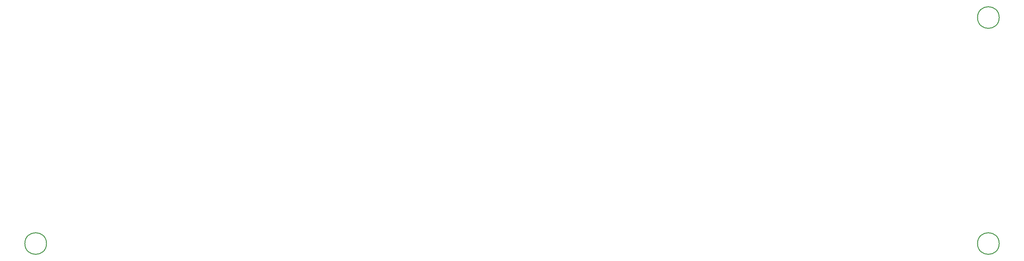
<source format=gko>
G04*
G04 #@! TF.GenerationSoftware,Altium Limited,Altium Designer,19.0.4 (130)*
G04*
G04 Layer_Color=16711935*
%FSAX25Y25*%
%MOIN*%
G70*
G01*
G75*
%ADD16C,0.01000*%
D16*
X1090786Y0271654D02*
G03*
X1090786Y0271654I-0012046J0000000D01*
G01*
X1090786Y0019685D02*
G03*
X1090786Y0019685I-0012046J0000000D01*
G01*
X0031731D02*
G03*
X0031731Y0019685I-0012046J0000000D01*
G01*
M02*

</source>
